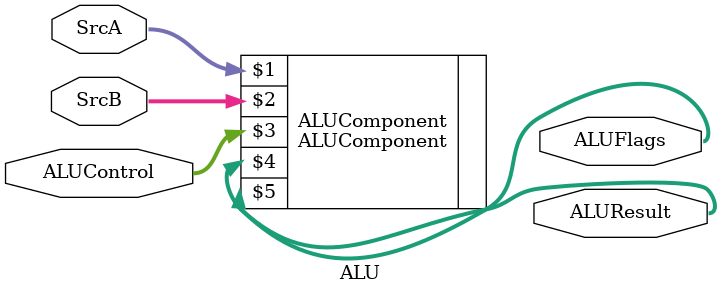
<source format=sv>
module ALU(input logic[31:0] SrcA, 
			  input logic[31:0] SrcB, 
			  input logic [2:0]ALUControl,
			  output logic[3:0]ALUFlags, 
			  output logic[31:0] ALUResult );

	ALUComponent ALUComponent(SrcA,SrcB,ALUControl, ALUFlags, ALUResult);
	
endmodule
</source>
